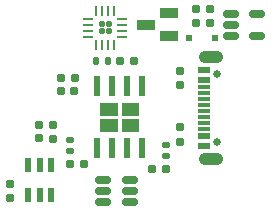
<source format=gtp>
%TF.GenerationSoftware,KiCad,Pcbnew,8.0.3*%
%TF.CreationDate,2025-03-25T09:51:50-05:00*%
%TF.ProjectId,HearingAid_ESP,48656172-696e-4674-9169-645f4553502e,rev?*%
%TF.SameCoordinates,Original*%
%TF.FileFunction,Paste,Top*%
%TF.FilePolarity,Positive*%
%FSLAX46Y46*%
G04 Gerber Fmt 4.6, Leading zero omitted, Abs format (unit mm)*
G04 Created by KiCad (PCBNEW 8.0.3) date 2025-03-25 09:51:50*
%MOMM*%
%LPD*%
G01*
G04 APERTURE LIST*
G04 Aperture macros list*
%AMRoundRect*
0 Rectangle with rounded corners*
0 $1 Rounding radius*
0 $2 $3 $4 $5 $6 $7 $8 $9 X,Y pos of 4 corners*
0 Add a 4 corners polygon primitive as box body*
4,1,4,$2,$3,$4,$5,$6,$7,$8,$9,$2,$3,0*
0 Add four circle primitives for the rounded corners*
1,1,$1+$1,$2,$3*
1,1,$1+$1,$4,$5*
1,1,$1+$1,$6,$7*
1,1,$1+$1,$8,$9*
0 Add four rect primitives between the rounded corners*
20,1,$1+$1,$2,$3,$4,$5,0*
20,1,$1+$1,$4,$5,$6,$7,0*
20,1,$1+$1,$6,$7,$8,$9,0*
20,1,$1+$1,$8,$9,$2,$3,0*%
G04 Aperture macros list end*
%ADD10C,0.010000*%
%ADD11RoundRect,0.147500X0.172500X-0.147500X0.172500X0.147500X-0.172500X0.147500X-0.172500X-0.147500X0*%
%ADD12RoundRect,0.160000X0.160000X-0.197500X0.160000X0.197500X-0.160000X0.197500X-0.160000X-0.197500X0*%
%ADD13RoundRect,0.135000X-0.135000X-0.185000X0.135000X-0.185000X0.135000X0.185000X-0.135000X0.185000X0*%
%ADD14R,0.600000X1.800000*%
%ADD15R,0.500000X0.500000*%
%ADD16RoundRect,0.155000X-0.155000X0.212500X-0.155000X-0.212500X0.155000X-0.212500X0.155000X0.212500X0*%
%ADD17RoundRect,0.155000X0.155000X-0.212500X0.155000X0.212500X-0.155000X0.212500X-0.155000X-0.212500X0*%
%ADD18RoundRect,0.160000X-0.197500X-0.160000X0.197500X-0.160000X0.197500X0.160000X-0.197500X0.160000X0*%
%ADD19R,0.590000X1.210000*%
%ADD20C,0.650000*%
%ADD21R,1.140000X0.600000*%
%ADD22R,1.140000X0.300000*%
%ADD23O,2.100000X1.050000*%
%ADD24R,1.600200X0.863600*%
%ADD25RoundRect,0.150000X0.512500X0.150000X-0.512500X0.150000X-0.512500X-0.150000X0.512500X-0.150000X0*%
%ADD26RoundRect,0.125000X0.125000X-0.125000X0.125000X0.125000X-0.125000X0.125000X-0.125000X-0.125000X0*%
%ADD27RoundRect,0.062500X0.062500X-0.350000X0.062500X0.350000X-0.062500X0.350000X-0.062500X-0.350000X0*%
%ADD28RoundRect,0.062500X0.350000X-0.062500X0.350000X0.062500X-0.350000X0.062500X-0.350000X-0.062500X0*%
%ADD29RoundRect,0.155000X-0.212500X-0.155000X0.212500X-0.155000X0.212500X0.155000X-0.212500X0.155000X0*%
%ADD30RoundRect,0.160000X0.197500X0.160000X-0.197500X0.160000X-0.197500X-0.160000X0.197500X-0.160000X0*%
%ADD31RoundRect,0.150000X-0.512500X-0.150000X0.512500X-0.150000X0.512500X0.150000X-0.512500X0.150000X0*%
G04 APERTURE END LIST*
D10*
%TO.C,U3*%
X49460000Y-27433800D02*
X48060000Y-27433800D01*
X48060000Y-26433800D01*
X49460000Y-26433800D01*
X49460000Y-27433800D01*
G36*
X49460000Y-27433800D02*
G01*
X48060000Y-27433800D01*
X48060000Y-26433800D01*
X49460000Y-26433800D01*
X49460000Y-27433800D01*
G37*
X49460000Y-28833800D02*
X48060000Y-28833800D01*
X48060000Y-27833800D01*
X49460000Y-27833800D01*
X49460000Y-28833800D01*
G36*
X49460000Y-28833800D02*
G01*
X48060000Y-28833800D01*
X48060000Y-27833800D01*
X49460000Y-27833800D01*
X49460000Y-28833800D01*
G37*
X51260000Y-27433800D02*
X49860000Y-27433800D01*
X49860000Y-26433800D01*
X51260000Y-26433800D01*
X51260000Y-27433800D01*
G36*
X51260000Y-27433800D02*
G01*
X49860000Y-27433800D01*
X49860000Y-26433800D01*
X51260000Y-26433800D01*
X51260000Y-27433800D01*
G37*
X51260000Y-28833800D02*
X49860000Y-28833800D01*
X49860000Y-27833800D01*
X51260000Y-27833800D01*
X51260000Y-28833800D01*
G36*
X51260000Y-28833800D02*
G01*
X49860000Y-28833800D01*
X49860000Y-27833800D01*
X51260000Y-27833800D01*
X51260000Y-28833800D01*
G37*
%TD*%
D11*
%TO.C,D2*%
X53585000Y-30930000D03*
X53585000Y-29960000D03*
%TD*%
D12*
%TO.C,R9*%
X44020000Y-29477500D03*
X44020000Y-28282500D03*
%TD*%
D13*
%TO.C,R10*%
X47660000Y-22910000D03*
X48680000Y-22910000D03*
%TD*%
D14*
%TO.C,U3*%
X51565000Y-25017600D03*
X50295000Y-25017600D03*
X49025000Y-25017600D03*
X47755000Y-25017600D03*
X47755000Y-30250000D03*
X49025000Y-30250000D03*
X50295000Y-30250000D03*
X51565000Y-30250000D03*
%TD*%
D12*
%TO.C,R7*%
X40440000Y-34507500D03*
X40440000Y-33312500D03*
%TD*%
D15*
%TO.C,D5*%
X57810000Y-20980000D03*
X55610000Y-20980000D03*
%TD*%
D16*
%TO.C,C1*%
X56170000Y-18505000D03*
X56170000Y-19640000D03*
%TD*%
D17*
%TO.C,C9*%
X42910000Y-29437500D03*
X42910000Y-28302500D03*
%TD*%
D11*
%TO.C,D1*%
X45480000Y-30530000D03*
X45480000Y-29560000D03*
%TD*%
D18*
%TO.C,R1*%
X44695000Y-24320000D03*
X45890000Y-24320000D03*
%TD*%
D12*
%TO.C,R8*%
X57390000Y-19680000D03*
X57390000Y-18485000D03*
%TD*%
D19*
%TO.C,U4*%
X41970000Y-34220000D03*
X42920000Y-34220000D03*
X43870000Y-34220000D03*
X43870000Y-31710000D03*
X42920000Y-31710000D03*
X41970000Y-31710000D03*
%TD*%
D12*
%TO.C,R2*%
X54810000Y-29707500D03*
X54810000Y-28512500D03*
%TD*%
D20*
%TO.C,J1*%
X57920000Y-29760000D03*
X57920000Y-23980000D03*
D21*
X56850000Y-30070000D03*
X56850000Y-29270000D03*
D22*
X56850000Y-28120000D03*
X56850000Y-27120000D03*
X56850000Y-26620000D03*
X56850000Y-25620000D03*
D21*
X56850000Y-23670000D03*
X56850000Y-24470000D03*
D22*
X56850000Y-25120000D03*
X56850000Y-26120000D03*
X56850000Y-27620000D03*
X56850000Y-28620000D03*
D23*
X57420000Y-31190000D03*
X57420000Y-22550000D03*
%TD*%
D24*
%TO.C,Q1*%
X51910000Y-19810000D03*
X53921000Y-20760001D03*
X53921000Y-18859999D03*
%TD*%
D25*
%TO.C,Q2*%
X50570000Y-34860000D03*
X50570000Y-33910000D03*
X50570000Y-32960000D03*
X48295000Y-32960000D03*
X48295000Y-33910000D03*
X48295000Y-34860000D03*
%TD*%
D18*
%TO.C,R5*%
X45462500Y-31632500D03*
X46657500Y-31632500D03*
%TD*%
D26*
%TO.C,U2*%
X48172500Y-20380000D03*
X48792500Y-20380000D03*
X48172500Y-19760000D03*
X48792500Y-19760000D03*
D27*
X47732500Y-21507500D03*
X48232500Y-21507500D03*
X48732500Y-21507500D03*
X49232500Y-21507500D03*
D28*
X49920000Y-20820000D03*
X49920000Y-20320000D03*
X49920000Y-19820000D03*
X49920000Y-19320000D03*
D27*
X49232500Y-18632500D03*
X48732500Y-18632500D03*
X48232500Y-18632500D03*
X47732500Y-18632500D03*
D28*
X47045000Y-19320000D03*
X47045000Y-19820000D03*
X47045000Y-20320000D03*
X47045000Y-20820000D03*
%TD*%
D29*
%TO.C,C2*%
X44725000Y-25430000D03*
X45860000Y-25430000D03*
%TD*%
D30*
%TO.C,R4*%
X53600000Y-32040000D03*
X52405000Y-32040000D03*
%TD*%
D31*
%TO.C,U1*%
X59090000Y-18880000D03*
X59090000Y-19830000D03*
X59090000Y-20780000D03*
X61365000Y-20780000D03*
X61365000Y-18880000D03*
%TD*%
D12*
%TO.C,R3*%
X54790000Y-24895000D03*
X54790000Y-23700000D03*
%TD*%
D18*
%TO.C,R6*%
X49702500Y-22920000D03*
X50897500Y-22920000D03*
%TD*%
M02*

</source>
